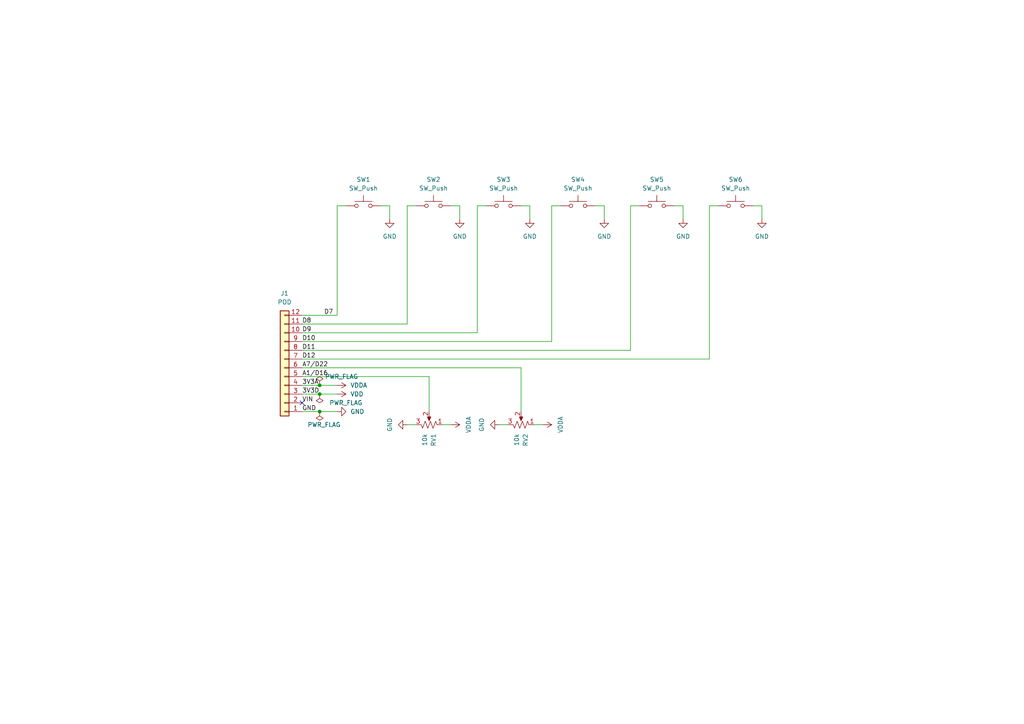
<source format=kicad_sch>
(kicad_sch (version 20230121) (generator eeschema)
  (paper "A4")
  (title_block (title "E/S pod basic expander") (date "2023-08-31") (rev "1"))
  (lib_symbols
    (symbol "Connector_Generic:Conn_01x12" (pin_names (offset 1.016) hide)
      (property "Reference" "J" (at 0 15.24 0))
      (property "Value" "Conn_01x12" (at 0 -17.78 0))
      (symbol "Conn_01x12_1_1"
        (rectangle (start -1.27 -15.113) (end 0 -15.367) (stroke (width 0.1524)))
        (rectangle (start -1.27 -12.573) (end 0 -12.827) (stroke (width 0.1524)))
        (rectangle (start -1.27 -10.033) (end 0 -10.287) (stroke (width 0.1524)))
        (rectangle (start -1.27 -7.493) (end 0 -7.747) (stroke (width 0.1524)))
        (rectangle (start -1.27 -4.953) (end 0 -5.207) (stroke (width 0.1524)))
        (rectangle (start -1.27 -2.413) (end 0 -2.667) (stroke (width 0.1524)))
        (rectangle (start -1.27 0.127) (end 0 -0.127) (stroke (width 0.1524)))
        (rectangle (start -1.27 2.667) (end 0 2.413) (stroke (width 0.1524)))
        (rectangle (start -1.27 5.207) (end 0 4.953) (stroke (width 0.1524)))
        (rectangle (start -1.27 7.747) (end 0 7.493) (stroke (width 0.1524)))
        (rectangle (start -1.27 10.287) (end 0 10.033) (stroke (width 0.1524)))
        (rectangle (start -1.27 12.827) (end 0 12.573) (stroke (width 0.1524)))
        (rectangle (start -1.27 13.97) (end 1.27 -16.51) (stroke (width 0.254)) (fill (type background)))
        (pin passive line (at -5.08 12.7 0) (length 3.81) (name "Pin_1") (number "1"))
        (pin passive line (at -5.08 -10.16 0) (length 3.81) (name "Pin_10") (number "10"))
        (pin passive line (at -5.08 -12.7 0) (length 3.81) (name "Pin_11") (number "11"))
        (pin passive line (at -5.08 -15.24 0) (length 3.81) (name "Pin_12") (number "12"))
        (pin passive line (at -5.08 10.16 0) (length 3.81) (name "Pin_2") (number "2"))
        (pin passive line (at -5.08 7.62 0) (length 3.81) (name "Pin_3") (number "3"))
        (pin passive line (at -5.08 5.08 0) (length 3.81) (name "Pin_4") (number "4"))
        (pin passive line (at -5.08 2.54 0) (length 3.81) (name "Pin_5") (number "5"))
        (pin passive line (at -5.08 0 0) (length 3.81) (name "Pin_6") (number "6"))
        (pin passive line (at -5.08 -2.54 0) (length 3.81) (name "Pin_7") (number "7"))
        (pin passive line (at -5.08 -5.08 0) (length 3.81) (name "Pin_8") (number "8"))
        (pin passive line (at -5.08 -7.62 0) (length 3.81) (name "Pin_9") (number "9"))
      )
    )
    (symbol "Device:R_Potentiometer_US" (pin_names (offset 1.016) hide)
      (property "Reference" "RV" (at -4.445 0 90))
      (property "Value" "R_Potentiometer_US" (at -2.54 0 90))
      (symbol "R_Potentiometer_US_0_1"
        (polyline (pts (xy 0 -2.286) (xy 0 -2.54)))
        (polyline (pts (xy 0 2.54) (xy 0 2.286)))
        (polyline (pts (xy 2.54 0) (xy 1.524 0)))
        (polyline (pts (xy 1.143 0) (xy 2.286 0.508) (xy 2.286 -0.508) (xy 1.143 0)) (fill (type outline)))
        (polyline (pts (xy 0 -0.762) (xy 1.016 -1.143) (xy 0 -1.524) (xy -1.016 -1.905) (xy 0 -2.286)))
        (polyline (pts (xy 0 0.762) (xy 1.016 0.381) (xy 0 0) (xy -1.016 -0.381) (xy 0 -0.762)))
        (polyline (pts (xy 0 2.286) (xy 1.016 1.905) (xy 0 1.524) (xy -1.016 1.143) (xy 0 0.762)))
      )
      (symbol "R_Potentiometer_US_1_1"
        (pin passive line (at 0 3.81 270) (length 1.27) (name "1") (number "1"))
        (pin passive line (at 3.81 0 180) (length 1.27) (name "2") (number "2"))
        (pin passive line (at 0 -3.81 90) (length 1.27) (name "3") (number "3"))
      )
    )
    (symbol "Switch:SW_Push" (pin_numbers hide) (pin_names (offset 1.016) hide)
      (property "Reference" "SW" (at 1.27 2.54 0))
      (property "Value" "SW_Push" (at 0 -1.524 0))
      (symbol "SW_Push_0_1"
        (circle (center -2.032 0) (radius 0.508))
        (polyline (pts (xy 0 1.27) (xy 0 3.048)))
        (polyline (pts (xy 2.54 1.27) (xy -2.54 1.27)))
        (circle (center 2.032 0) (radius 0.508))
        (pin passive line (at -5.08 0 0) (length 2.54) (name "1") (number "1"))
        (pin passive line (at 5.08 0 180) (length 2.54) (name "2") (number "2"))
      )
    )
    (symbol "power:GND" (power) (pin_names (offset 0))
      (property "Value" "GND" (at 0 -3.81 0))
      (symbol "GND_0_1"
        (polyline (pts (xy 0 0) (xy 0 -1.27) (xy 1.27 -1.27) (xy 0 -2.54) (xy -1.27 -1.27) (xy 0 -1.27)))
      )
      (symbol "GND_1_1"
        (pin power_in line (at 0 0 270) (length 0) hide (name "GND") (number "1"))
      )
    )
    (symbol "power:PWR_FLAG" (power) (pin_numbers hide) (pin_names (offset 0) hide)
      (property "Value" "PWR_FLAG" (at 0 3.81 0))
      (symbol "PWR_FLAG_0_0"
        (pin power_out line (at 0 0 90) (length 0) (name "pwr") (number "1"))
      )
      (symbol "PWR_FLAG_0_1"
        (polyline (pts (xy 0 0) (xy 0 1.27) (xy -1.016 1.905) (xy 0 2.54) (xy 1.016 1.905) (xy 0 1.27)))
      )
    )
    (symbol "power:VDD" (power) (pin_names (offset 0))
      (property "Value" "VDD" (at 0 3.81 0))
      (symbol "VDD_0_1"
        (polyline (pts (xy -0.762 1.27) (xy 0 2.54)))
        (polyline (pts (xy 0 0) (xy 0 2.54)))
        (polyline (pts (xy 0 2.54) (xy 0.762 1.27)))
      )
      (symbol "VDD_1_1"
        (pin power_in line (at 0 0 90) (length 0) hide (name "VDD") (number "1"))
      )
    )
    (symbol "power:VDDA" (power) (pin_names (offset 0))
      (property "Value" "VDDA" (at 0 3.81 0))
      (symbol "VDDA_0_1"
        (polyline (pts (xy -0.762 1.27) (xy 0 2.54)))
        (polyline (pts (xy 0 0) (xy 0 2.54)))
        (polyline (pts (xy 0 2.54) (xy 0.762 1.27)))
      )
      (symbol "VDDA_1_1"
        (pin power_in line (at 0 0 90) (length 0) hide (name "VDDA") (number "1"))
      )
    )
  )
  (junction (at 92.71 119.38))
  (junction (at 92.71 111.76))
  (junction (at 92.71 114.3))
  (no_connect (at 87.63 116.84))
  (wire (pts (xy 97.79 59.69) (xy 100.33 59.69)))
  (wire (pts (xy 87.63 111.76) (xy 92.71 111.76)))
  (wire (pts (xy 182.88 59.69) (xy 185.42 59.69)))
  (wire (pts (xy 198.12 59.69) (xy 198.12 63.5)))
  (wire (pts (xy 87.63 96.52) (xy 138.43 96.52)))
  (wire (pts (xy 87.63 93.98) (xy 118.11 93.98)))
  (wire (pts (xy 160.02 59.69) (xy 160.02 99.06)))
  (wire (pts (xy 220.98 59.69) (xy 220.98 63.5)))
  (wire (pts (xy 118.11 59.69) (xy 118.11 93.98)))
  (wire (pts (xy 218.44 59.69) (xy 220.98 59.69)))
  (wire (pts (xy 151.13 59.69) (xy 153.67 59.69)))
  (wire (pts (xy 133.35 59.69) (xy 133.35 63.5)))
  (wire (pts (xy 157.48 123.19) (xy 154.94 123.19)))
  (wire (pts (xy 205.74 59.69) (xy 208.28 59.69)))
  (wire (pts (xy 92.71 119.38) (xy 97.79 119.38)))
  (wire (pts (xy 124.46 119.38) (xy 124.46 109.22)))
  (wire (pts (xy 97.79 59.69) (xy 97.79 91.44)))
  (wire (pts (xy 87.63 91.44) (xy 97.79 91.44)))
  (wire (pts (xy 160.02 59.69) (xy 162.56 59.69)))
  (wire (pts (xy 138.43 59.69) (xy 138.43 96.52)))
  (wire (pts (xy 138.43 59.69) (xy 140.97 59.69)))
  (wire (pts (xy 151.13 119.38) (xy 151.13 106.68)))
  (wire (pts (xy 110.49 59.69) (xy 113.03 59.69)))
  (wire (pts (xy 205.74 59.69) (xy 205.74 104.14)))
  (wire (pts (xy 182.88 59.69) (xy 182.88 101.6)))
  (wire (pts (xy 92.71 114.3) (xy 97.79 114.3)))
  (wire (pts (xy 147.32 123.19) (xy 144.78 123.19)))
  (wire (pts (xy 92.71 111.76) (xy 97.79 111.76)))
  (wire (pts (xy 172.72 59.69) (xy 175.26 59.69)))
  (wire (pts (xy 175.26 59.69) (xy 175.26 63.5)))
  (wire (pts (xy 130.81 123.19) (xy 128.27 123.19)))
  (wire (pts (xy 87.63 99.06) (xy 160.02 99.06)))
  (wire (pts (xy 120.65 123.19) (xy 118.11 123.19)))
  (wire (pts (xy 151.13 106.68) (xy 87.63 106.68)))
  (wire (pts (xy 118.11 59.69) (xy 120.65 59.69)))
  (wire (pts (xy 195.58 59.69) (xy 198.12 59.69)))
  (wire (pts (xy 124.46 109.22) (xy 87.63 109.22)))
  (wire (pts (xy 182.88 101.6) (xy 87.63 101.6)))
  (wire (pts (xy 87.63 114.3) (xy 92.71 114.3)))
  (wire (pts (xy 153.67 59.69) (xy 153.67 63.5)))
  (wire (pts (xy 87.63 119.38) (xy 92.71 119.38)))
  (wire (pts (xy 205.74 104.14) (xy 87.63 104.14)))
  (wire (pts (xy 130.81 59.69) (xy 133.35 59.69)))
  (wire (pts (xy 113.03 59.69) (xy 113.03 63.5)))
  (label "D7" (at 93.98 91.44 0))
  (label "VIN" (at 87.63 116.84 0))
  (label "D8" (at 87.63 93.98 0))
  (label "3V3D" (at 87.63 114.3 0))
  (label "D9" (at 87.63 96.52 0))
  (label "D11" (at 87.63 101.6 0))
  (label "D10" (at 87.63 99.06 0))
  (label "A7{slash}D22" (at 87.63 106.68 0))
  (label "D12" (at 87.63 104.14 0))
  (label "3V3A" (at 87.63 111.76 0))
  (label "GND" (at 87.63 119.38 0))
  (label "A1{slash}D16" (at 87.63 109.22 0))
  (symbol (lib_id "power:GND") (at 97.79 119.38 90) (unit 1)
    (property "Reference" "#PWR06" (effects hide))
    (property "Value" "GND" (at 101.6 119.38 90) (effects (justify right)))
  )
  (symbol (lib_id "power:GND") (at 198.12 63.5 0) (unit 1)
    (property "Reference" "#PWR012" (effects hide))
    (property "Value" "GND" (at 198.12 68.58 0))
  )
  (symbol (lib_id "power:GND") (at 175.26 63.5 0) (unit 1)
    (property "Reference" "#PWR011" (effects hide))
    (property "Value" "GND" (at 175.26 68.58 0))
  )
  (symbol (lib_id "Switch:SW_Push") (at 105.41 59.69 0) (unit 1)
    (property "Reference" "SW1" (at 105.41 52.07 0))
    (property "Value" "SW_Push" (at 105.41 54.61 0))
    (property "Footprint" "Button_Switch_THT:SW_PUSH_6mm" (effects hide))
  )
  (symbol (lib_id "Switch:SW_Push") (at 167.64 59.69 0) (unit 1)
    (property "Reference" "SW4" (at 167.64 52.07 0))
    (property "Value" "SW_Push" (at 167.64 54.61 0))
    (property "Footprint" "Button_Switch_THT:SW_PUSH_6mm" (effects hide))
  )
  (symbol (lib_id "power:GND") (at 144.78 123.19 270) (unit 1)
    (property "Reference" "#PWR03" (effects hide))
    (property "Value" "GND" (at 139.7 123.19 0))
  )
  (symbol (lib_id "power:GND") (at 153.67 63.5 0) (unit 1)
    (property "Reference" "#PWR08" (effects hide))
    (property "Value" "GND" (at 153.67 68.58 0))
  )
  (symbol (lib_id "power:PWR_FLAG") (at 92.71 119.38 180) (unit 1)
    (property "Reference" "#FLG01" (effects hide))
    (property "Value" "PWR_FLAG" (at 93.98 123.19 0))
  )
  (symbol (lib_id "Switch:SW_Push") (at 146.05 59.69 0) (unit 1)
    (property "Reference" "SW3" (at 146.05 52.07 0))
    (property "Value" "SW_Push" (at 146.05 54.61 0))
    (property "Footprint" "Button_Switch_THT:SW_PUSH_6mm" (effects hide))
  )
  (symbol (lib_id "Device:R_Potentiometer_US") (at 124.46 123.19 270) (mirror x) (unit 1)
    (property "Reference" "RV1" (at 125.73 125.73 0) (effects (justify right)))
    (property "Value" "10k" (at 123.19 125.73 0) (effects (justify right)))
    (property "Footprint" "Potentiometer_THT:Potentiometer_Alpha_RD901F-40-00D_Single_Vertical" (effects hide))
  )
  (symbol (lib_id "power:PWR_FLAG") (at 92.71 114.3 180) (unit 1)
    (property "Reference" "#FLG02" (effects hide))
    (property "Value" "PWR_FLAG" (at 100.33 116.84 0))
  )
  (symbol (lib_id "Switch:SW_Push") (at 190.5 59.69 0) (unit 1)
    (property "Reference" "SW5" (at 190.5 52.07 0))
    (property "Value" "SW_Push" (at 190.5 54.61 0))
    (property "Footprint" "Button_Switch_THT:SW_PUSH_6mm" (effects hide))
  )
  (symbol (lib_id "power:PWR_FLAG") (at 92.71 111.76 0) (unit 1)
    (property "Reference" "#FLG03" (effects hide))
    (property "Value" "PWR_FLAG" (at 99.06 109.22 0))
  )
  (symbol (lib_id "power:GND") (at 133.35 63.5 0) (unit 1)
    (property "Reference" "#PWR02" (effects hide))
    (property "Value" "GND" (at 133.35 68.58 0))
  )
  (symbol (lib_id "Device:R_Potentiometer_US") (at 151.13 123.19 270) (mirror x) (unit 1)
    (property "Reference" "RV2" (at 152.4 125.73 0) (effects (justify right)))
    (property "Value" "10k" (at 149.86 125.73 0) (effects (justify right)))
    (property "Footprint" "Potentiometer_THT:Potentiometer_Alpha_RD901F-40-00D_Single_Vertical" (effects hide))
  )
  (symbol (lib_id "power:GND") (at 113.03 63.5 0) (unit 1)
    (property "Reference" "#PWR05" (effects hide))
    (property "Value" "GND" (at 113.03 68.58 0))
  )
  (symbol (lib_id "power:GND") (at 220.98 63.5 0) (unit 1)
    (property "Reference" "#PWR013" (effects hide))
    (property "Value" "GND" (at 220.98 68.58 0))
  )
  (symbol (lib_id "Connector_Generic:Conn_01x12") (at 82.55 106.68 180) (unit 1)
    (property "Reference" "J1" (at 82.55 85.09 0))
    (property "Value" "POD" (at 82.55 87.63 0))
    (property "Footprint" "Connector_PinHeader_2.54mm:PinHeader_1x12_P2.54mm_Vertical" (effects hide))
  )
  (symbol (lib_id "power:VDDA") (at 157.48 123.19 270) (unit 1)
    (property "Reference" "#PWR01" (effects hide))
    (property "Value" "VDDA" (at 162.56 123.19 0))
  )
  (symbol (lib_id "power:VDDA") (at 97.79 111.76 270) (unit 1)
    (property "Reference" "#PWR09" (effects hide))
    (property "Value" "VDDA" (at 101.6 111.76 90) (effects (justify left)))
  )
  (symbol (lib_id "Switch:SW_Push") (at 213.36 59.69 0) (unit 1)
    (property "Reference" "SW6" (at 213.36 52.07 0))
    (property "Value" "SW_Push" (at 213.36 54.61 0))
    (property "Footprint" "Button_Switch_THT:SW_PUSH_6mm" (effects hide))
  )
  (symbol (lib_id "power:GND") (at 118.11 123.19 270) (unit 1)
    (property "Reference" "#PWR04" (effects hide))
    (property "Value" "GND" (at 113.03 123.19 0))
  )
  (symbol (lib_id "power:VDDA") (at 130.81 123.19 270) (unit 1)
    (property "Reference" "#PWR010" (effects hide))
    (property "Value" "VDDA" (at 135.89 123.19 0))
  )
  (symbol (lib_id "power:VDD") (at 97.79 114.3 270) (unit 1)
    (property "Reference" "#PWR07" (effects hide))
    (property "Value" "VDD" (at 101.6 114.3 90) (effects (justify left)))
  )
  (symbol (lib_id "Switch:SW_Push") (at 125.73 59.69 0) (unit 1)
    (property "Reference" "SW2" (at 125.73 52.07 0))
    (property "Value" "SW_Push" (at 125.73 54.61 0))
    (property "Footprint" "Button_Switch_THT:SW_PUSH_6mm" (effects hide))
  )
)
</source>
